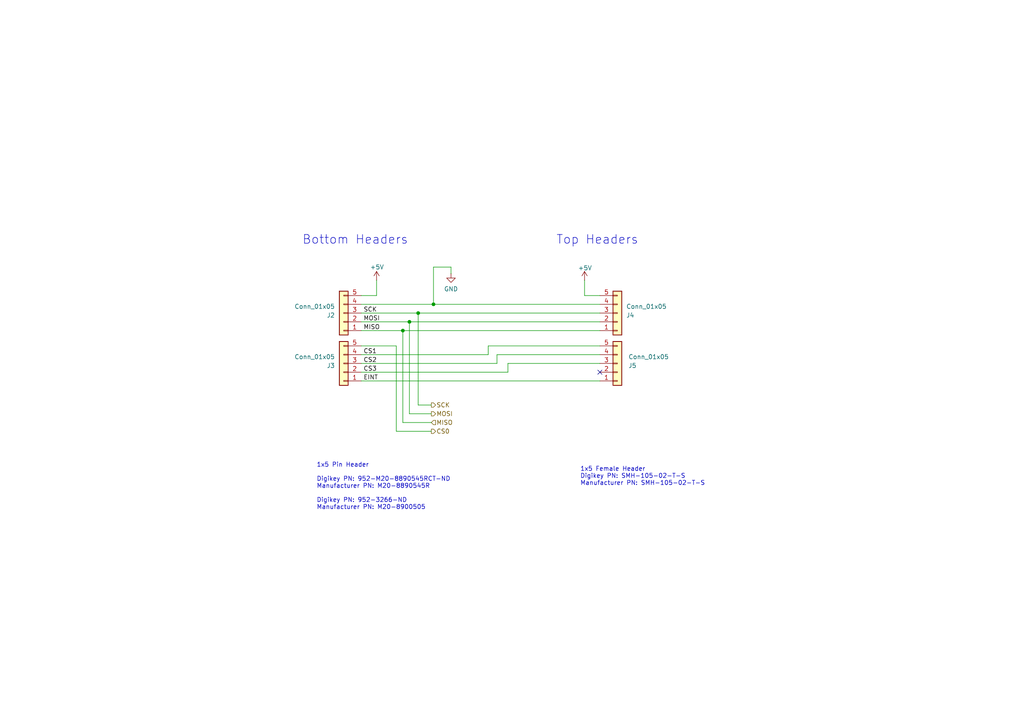
<source format=kicad_sch>
(kicad_sch (version 20250114) (generator "eeschema") (generator_version "9.0")
  (paper "A4")
  (lib_symbols
    (symbol "Connector_Generic:Conn_01x05" (pin_names (offset 1.016) (hide yes))
      (property "Reference" "J" (at 0 7.62 0))
      (property "Value" "Conn_01x05" (at 0 -7.62 0))
      (symbol "Conn_01x05_1_1"
        (rectangle (start -1.27 6.35) (end 1.27 -6.35) (stroke (width 0.254)) (fill (type background)))
        (rectangle (start -1.27 5.207) (end 0 4.953) (stroke (width 0.1524)))
        (rectangle (start -1.27 2.667) (end 0 2.413) (stroke (width 0.1524)))
        (rectangle (start -1.27 0.127) (end 0 -0.127) (stroke (width 0.1524)))
        (rectangle (start -1.27 -2.413) (end 0 -2.667) (stroke (width 0.1524)))
        (rectangle (start -1.27 -4.953) (end 0 -5.207) (stroke (width 0.1524)))
        (pin passive line (at -5.08 5.08 0) (length 3.81) (name "Pin_1") (number "1"))
        (pin passive line (at -5.08 2.54 0) (length 3.81) (name "Pin_2") (number "2"))
        (pin passive line (at -5.08 0 0) (length 3.81) (name "Pin_3") (number "3"))
        (pin passive line (at -5.08 -2.54 0) (length 3.81) (name "Pin_4") (number "4"))
        (pin passive line (at -5.08 -5.08 0) (length 3.81) (name "Pin_5") (number "5"))
      )
    )
    (symbol "power:+5V" (power) (pin_numbers (hide yes)) (pin_names (offset 0) (hide yes))
      (property "Value" "+5V" (at 0 3.556 0))
      (symbol "+5V_0_1"
        (polyline (pts (xy -0.762 1.27) (xy 0 2.54)))
        (polyline (pts (xy 0 2.54) (xy 0.762 1.27)))
        (polyline (pts (xy 0 0) (xy 0 2.54)))
      )
      (symbol "+5V_1_1"
        (pin power_in line (at 0 0 90) (length 0) (name "~") (number "1"))
      )
    )
    (symbol "power:GND" (power) (pin_numbers (hide yes)) (pin_names (offset 0) (hide yes))
      (property "Value" "GND" (at 0 -3.81 0))
      (symbol "GND_0_1"
        (polyline (pts (xy 0 0) (xy 0 -1.27) (xy 1.27 -1.27) (xy 0 -2.54) (xy -1.27 -1.27) (xy 0 -1.27)))
      )
      (symbol "GND_1_1"
        (pin power_in line (at 0 0 270) (length 0) (name "~") (number "1"))
      )
    )
  )
  (text "1x5 Pin Header\n\nDigikey PN: 952-M20-8890545RCT-ND\nManufacturer PN: M20-8890545R\n\nDigikey PN: 952-3266-ND\nManufacturer PN: M20-8900505" (at 91.821 147.955 0) (effects (font (size 1.27 1.27)) (justify left bottom)))
  (text "Top Headers" (at 161.29 71.12 0) (effects (font (size 2.54 2.54)) (justify left bottom)))
  (text "1x5 Female Header\nDigikey PN: SMH-105-02-T-S\nManufacturer PN: SMH-105-02-T-S" (at 168.275 140.97 0) (effects (font (size 1.27 1.27)) (justify left bottom)))
  (text "Bottom Headers" (at 87.63 71.12 0) (effects (font (size 2.54 2.54)) (justify left bottom)))
  (junction (at 116.84 95.885))
  (junction (at 121.285 90.805))
  (junction (at 125.73 88.265))
  (junction (at 118.745 93.345))
  (no_connect (at 173.99 107.95))
  (wire (pts (xy 114.935 100.33) (xy 104.775 100.33)))
  (wire (pts (xy 125.095 125.095) (xy 114.935 125.095)))
  (wire (pts (xy 104.775 110.49) (xy 173.99 110.49)))
  (wire (pts (xy 121.285 90.805) (xy 121.285 117.475)))
  (wire (pts (xy 125.73 77.47) (xy 130.81 77.47)))
  (wire (pts (xy 125.73 88.265) (xy 125.73 77.47)))
  (wire (pts (xy 173.99 85.725) (xy 169.545 85.725)))
  (wire (pts (xy 141.605 102.87) (xy 141.605 100.33)))
  (wire (pts (xy 116.84 95.885) (xy 116.84 122.555)))
  (wire (pts (xy 116.84 95.885) (xy 173.99 95.885)))
  (wire (pts (xy 144.145 102.87) (xy 173.99 102.87)))
  (wire (pts (xy 121.285 90.805) (xy 173.99 90.805)))
  (wire (pts (xy 118.745 120.015) (xy 125.095 120.015)))
  (wire (pts (xy 125.73 88.265) (xy 173.99 88.265)))
  (wire (pts (xy 104.775 90.805) (xy 121.285 90.805)))
  (wire (pts (xy 104.775 85.725) (xy 109.22 85.725)))
  (wire (pts (xy 130.81 77.47) (xy 130.81 79.375)))
  (wire (pts (xy 118.745 93.345) (xy 173.99 93.345)))
  (wire (pts (xy 116.84 122.555) (xy 125.095 122.555)))
  (wire (pts (xy 104.775 93.345) (xy 118.745 93.345)))
  (wire (pts (xy 141.605 100.33) (xy 173.99 100.33)))
  (wire (pts (xy 104.775 105.41) (xy 144.145 105.41)))
  (wire (pts (xy 147.32 107.95) (xy 147.32 105.41)))
  (wire (pts (xy 144.145 105.41) (xy 144.145 102.87)))
  (wire (pts (xy 114.935 125.095) (xy 114.935 100.33)))
  (wire (pts (xy 147.32 105.41) (xy 173.99 105.41)))
  (wire (pts (xy 104.775 107.95) (xy 147.32 107.95)))
  (wire (pts (xy 169.545 81.28) (xy 169.545 85.725)))
  (wire (pts (xy 104.775 88.265) (xy 125.73 88.265)))
  (wire (pts (xy 104.775 102.87) (xy 141.605 102.87)))
  (wire (pts (xy 121.285 117.475) (xy 125.095 117.475)))
  (wire (pts (xy 109.22 81.28) (xy 109.22 85.725)))
  (wire (pts (xy 104.775 95.885) (xy 116.84 95.885)))
  (wire (pts (xy 118.745 93.345) (xy 118.745 120.015)))
  (label "CS1" (at 105.41 102.87 0))
  (label "MOSI" (at 105.41 93.345 0))
  (label "SCK" (at 105.41 90.805 0))
  (label "CS2" (at 105.41 105.41 0))
  (label "EINT" (at 105.41 110.49 0))
  (label "MISO" (at 105.41 95.885 0))
  (label "CS3" (at 105.41 107.95 0))
  (hierarchical_label "CS0" (shape output) (at 125.095 125.095 0))
  (hierarchical_label "MOSI" (shape output) (at 125.095 120.015 0))
  (hierarchical_label "SCK" (shape output) (at 125.095 117.475 0))
  (hierarchical_label "MISO" (shape input) (at 125.095 122.555 0))
  (symbol (lib_id "power:+5V") (at 169.545 81.28 0) (unit 1)
    (property "Reference" "#PWR0124" (effects (hide yes)))
    (property "Value" "+5V" (at 169.672 77.724 0))
  )
  (symbol (lib_id "power:+5V") (at 109.22 81.28 0) (mirror y) (unit 1)
    (property "Reference" "#PWR0122" (effects (hide yes)))
    (property "Value" "+5V" (at 109.347 77.47 0))
  )
  (symbol (lib_id "power:GND") (at 130.81 79.375 0) (unit 1)
    (property "Reference" "#PWR0123" (effects (hide yes)))
    (property "Value" "GND" (at 130.81 83.82 0))
  )
  (symbol (lib_id "Connector_Generic:Conn_01x05") (at 179.07 105.41 0) (mirror x) (unit 1)
    (property "Reference" "J5" (at 182.245 106.045 0) (effects (justify left)))
    (property "Value" "Conn_01x05" (at 182.245 103.505 0) (effects (justify left)))
    (property "Footprint" "panel_custom:ConnRcpt_1x5_SMH-105-02-X-S" (effects (hide yes)))
    (property "LCSC Part #" "C21116902 " (effects (hide yes)))
  )
  (symbol (lib_id "Connector_Generic:Conn_01x05") (at 99.695 90.805 180) (unit 1)
    (property "Reference" "J2" (at 97.155 91.44 0) (effects (justify left)))
    (property "Value" "Conn_01x05" (at 97.155 88.9 0) (effects (justify left)))
    (property "Footprint" "panel_custom:PinHeader_1x5_M20-8890545R" (effects (hide yes)))
  )
  (symbol (lib_id "Connector_Generic:Conn_01x05") (at 179.07 90.805 0) (mirror x) (unit 1)
    (property "Reference" "J4" (at 181.61 91.44 0) (effects (justify left)))
    (property "Value" "Conn_01x05" (at 181.61 88.9 0) (effects (justify left)))
    (property "Footprint" "panel_custom:ConnRcpt_1x5_SMH-105-02-X-S" (effects (hide yes)))
    (property "LCSC Part #" "C21116902 " (effects (hide yes)))
  )
  (symbol (lib_id "Connector_Generic:Conn_01x05") (at 99.695 105.41 180) (unit 1)
    (property "Reference" "J3" (at 97.155 106.045 0) (effects (justify left)))
    (property "Value" "Conn_01x05" (at 97.155 103.505 0) (effects (justify left)))
    (property "Footprint" "panel_custom:PinHeader_1x5_M20-8890545R" (effects (hide yes)))
  )
)
</source>
